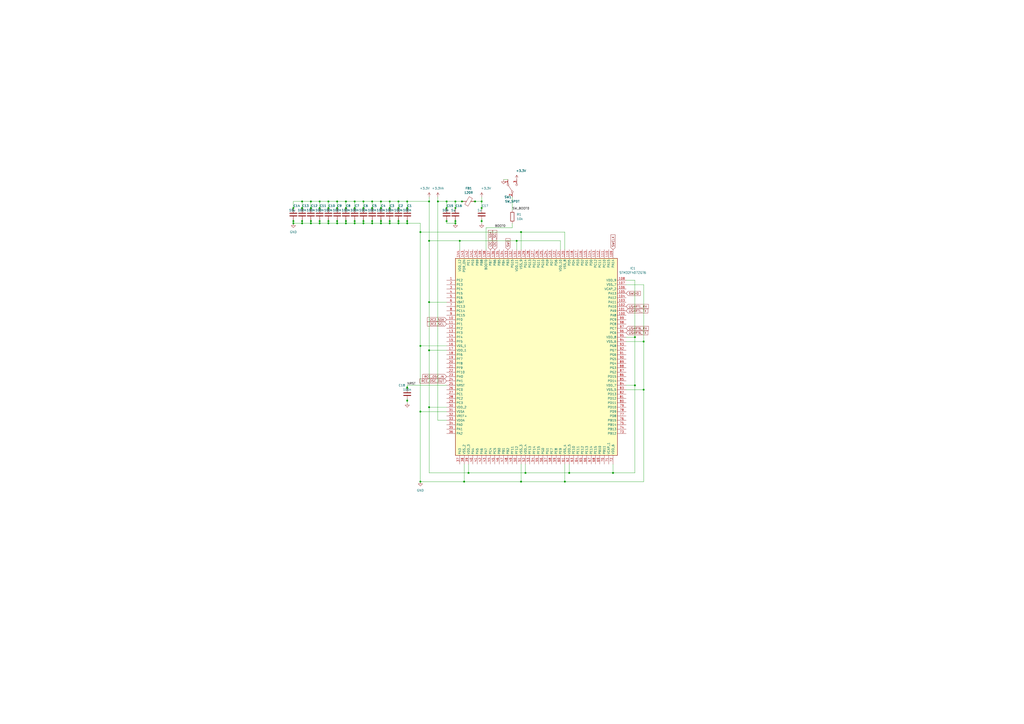
<source format=kicad_sch>
(kicad_sch (version 20230121) (generator eeschema)
  (paper "A2")
  (lib_symbols
    (symbol "Device:C" (pin_numbers hide) (pin_names (offset 0.254))
      (property "Reference" "C" (at 0.635 2.54 0))
      (property "Value" "C" (at 0.635 -2.54 0))
      (symbol "C_0_1"
        (polyline (pts (xy -2.032 -0.762) (xy 2.032 -0.762)) (stroke (width 0.508)))
        (polyline (pts (xy -2.032 0.762) (xy 2.032 0.762)) (stroke (width 0.508)))
      )
      (symbol "C_1_1"
        (pin passive line (at 0 3.81 270) (length 2.794) (name "~") (number "1"))
        (pin passive line (at 0 -3.81 90) (length 2.794) (name "~") (number "2"))
      )
    )
    (symbol "Device:FerriteBead" (pin_numbers hide) (pin_names (offset 0))
      (property "Reference" "FB" (at -3.81 0.635 90))
      (property "Value" "FerriteBead" (at 3.81 0 90))
      (symbol "FerriteBead_0_1"
        (polyline (pts (xy 0 -1.27) (xy 0 -1.2192)))
        (polyline (pts (xy 0 1.27) (xy 0 1.2954)))
        (polyline (pts (xy -2.7686 0.4064) (xy -1.7018 2.2606) (xy 2.7686 -0.3048) (xy 1.6764 -2.159) (xy -2.7686 0.4064)))
      )
      (symbol "FerriteBead_1_1"
        (pin passive line (at 0 3.81 270) (length 2.54) (name "~") (number "1"))
        (pin passive line (at 0 -3.81 90) (length 2.54) (name "~") (number "2"))
      )
    )
    (symbol "Device:R" (pin_numbers hide) (pin_names (offset 0))
      (property "Reference" "R" (at 2.032 0 90))
      (property "Value" "R" (at 0 0 90))
      (symbol "R_0_1"
        (rectangle (start -1.016 -2.54) (end 1.016 2.54) (stroke (width 0.254)))
      )
      (symbol "R_1_1"
        (pin passive line (at 0 3.81 270) (length 1.27) (name "~") (number "1"))
        (pin passive line (at 0 -3.81 90) (length 1.27) (name "~") (number "2"))
      )
    )
    (symbol "STM32F407ZGT6:STM32F407ZGT6"
      (property "Reference" "IC" (at 100.33 17.78 0))
      (property "Value" "STM32F407ZGT6" (at 100.33 15.24 0))
      (symbol "STM32F407ZGT6_1_1"
        (rectangle (start 5.08 12.7) (end 99.06 -101.6) (stroke (width 0.254)) (fill (type background)))
        (pin passive line (at 0 0 0) (length 5.08) (name "PE2") (number "1"))
        (pin passive line (at 0 -22.86 0) (length 5.08) (name "PF0") (number "10"))
        (pin passive line (at 104.14 -20.32 180) (length 5.08) (name "PA8") (number "100"))
        (pin passive line (at 104.14 -17.78 180) (length 5.08) (name "PA9") (number "101"))
        (pin passive line (at 104.14 -15.24 180) (length 5.08) (name "PA10") (number "102"))
        (pin passive line (at 104.14 -12.7 180) (length 5.08) (name "PA11") (number "103"))
        (pin passive line (at 104.14 -10.16 180) (length 5.08) (name "PA12") (number "104"))
        (pin passive line (at 104.14 -7.62 180) (length 5.08) (name "PA13") (number "105"))
        (pin passive line (at 104.14 -5.08 180) (length 5.08) (name "VCAP_2") (number "106"))
        (pin passive line (at 104.14 -2.54 180) (length 5.08) (name "VSS_7") (number "107"))
        (pin passive line (at 104.14 0 180) (length 5.08) (name "VDD_9") (number "108"))
        (pin passive line (at 96.52 17.78 270) (length 5.08) (name "PA14") (number "109"))
        (pin passive line (at 0 -25.4 0) (length 5.08) (name "PF1") (number "11"))
        (pin passive line (at 93.98 17.78 270) (length 5.08) (name "PA15") (number "110"))
        (pin passive line (at 91.44 17.78 270) (length 5.08) (name "PC10") (number "111"))
        (pin passive line (at 88.9 17.78 270) (length 5.08) (name "PC11") (number "112"))
        (pin passive line (at 86.36 17.78 270) (length 5.08) (name "PC12") (number "113"))
        (pin passive line (at 83.82 17.78 270) (length 5.08) (name "PD0") (number "114"))
        (pin passive line (at 81.28 17.78 270) (length 5.08) (name "PD1") (number "115"))
        (pin passive line (at 78.74 17.78 270) (length 5.08) (name "PD2") (number "116"))
        (pin passive line (at 76.2 17.78 270) (length 5.08) (name "PD3") (number "117"))
        (pin passive line (at 73.66 17.78 270) (length 5.08) (name "PD4") (number "118"))
        (pin passive line (at 71.12 17.78 270) (length 5.08) (name "PD5") (number "119"))
        (pin passive line (at 0 -27.94 0) (length 5.08) (name "PF2") (number "12"))
        (pin passive line (at 68.58 17.78 270) (length 5.08) (name "VSS_8") (number "120"))
        (pin passive line (at 66.04 17.78 270) (length 5.08) (name "VDD_10") (number "121"))
        (pin passive line (at 63.5 17.78 270) (length 5.08) (name "PD6") (number "122"))
        (pin passive line (at 60.96 17.78 270) (length 5.08) (name "PD7") (number "123"))
        (pin passive line (at 58.42 17.78 270) (length 5.08) (name "PG9") (number "124"))
        (pin passive line (at 55.88 17.78 270) (length 5.08) (name "PG10") (number "125"))
        (pin passive line (at 53.34 17.78 270) (length 5.08) (name "PG11") (number "126"))
        (pin passive line (at 50.8 17.78 270) (length 5.08) (name "PG12") (number "127"))
        (pin passive line (at 48.26 17.78 270) (length 5.08) (name "PG13") (number "128"))
        (pin passive line (at 45.72 17.78 270) (length 5.08) (name "PG14") (number "129"))
        (pin passive line (at 0 -30.48 0) (length 5.08) (name "PF3") (number "13"))
        (pin passive line (at 43.18 17.78 270) (length 5.08) (name "VSS_9") (number "130"))
        (pin passive line (at 40.64 17.78 270) (length 5.08) (name "VDD_11") (number "131"))
        (pin passive line (at 38.1 17.78 270) (length 5.08) (name "PG15") (number "132"))
        (pin passive line (at 35.56 17.78 270) (length 5.08) (name "PB3") (number "133"))
        (pin passive line (at 33.02 17.78 270) (length 5.08) (name "PB4") (number "134"))
        (pin passive line (at 30.48 17.78 270) (length 5.08) (name "PB5") (number "135"))
        (pin passive line (at 27.94 17.78 270) (length 5.08) (name "PB6") (number "136"))
        (pin passive line (at 25.4 17.78 270) (length 5.08) (name "PB7") (number "137"))
        (pin passive line (at 22.86 17.78 270) (length 5.08) (name "BOOT0") (number "138"))
        (pin passive line (at 20.32 17.78 270) (length 5.08) (name "PB8") (number "139"))
        (pin passive line (at 0 -33.02 0) (length 5.08) (name "PF4") (number "14"))
        (pin passive line (at 17.78 17.78 270) (length 5.08) (name "PB9") (number "140"))
        (pin passive line (at 15.24 17.78 270) (length 5.08) (name "PE0") (number "141"))
        (pin passive line (at 12.7 17.78 270) (length 5.08) (name "PE1") (number "142"))
        (pin passive line (at 10.16 17.78 270) (length 5.08) (name "PDR_ON") (number "143"))
        (pin passive line (at 7.62 17.78 270) (length 5.08) (name "VDD_12") (number "144"))
        (pin passive line (at 0 -35.56 0) (length 5.08) (name "PF5") (number "15"))
        (pin passive line (at 0 -38.1 0) (length 5.08) (name "VSS_1") (number "16"))
        (pin passive line (at 0 -40.64 0) (length 5.08) (name "VDD_1") (number "17"))
        (pin passive line (at 0 -43.18 0) (length 5.08) (name "PF6") (number "18"))
        (pin passive line (at 0 -45.72 0) (length 5.08) (name "PF7") (number "19"))
        (pin passive line (at 0 -2.54 0) (length 5.08) (name "PE3") (number "2"))
        (pin passive line (at 0 -48.26 0) (length 5.08) (name "PF8") (number "20"))
        (pin passive line (at 0 -50.8 0) (length 5.08) (name "PF9") (number "21"))
        (pin passive line (at 0 -53.34 0) (length 5.08) (name "PF10") (number "22"))
        (pin passive line (at 0 -55.88 0) (length 5.08) (name "PH0") (number "23"))
        (pin passive line (at 0 -58.42 0) (length 5.08) (name "PH1") (number "24"))
        (pin passive line (at 0 -60.96 0) (length 5.08) (name "NRST") (number "25"))
        (pin passive line (at 0 -63.5 0) (length 5.08) (name "PC0") (number "26"))
        (pin passive line (at 0 -66.04 0) (length 5.08) (name "PC1") (number "27"))
        (pin passive line (at 0 -68.58 0) (length 5.08) (name "PC2") (number "28"))
        (pin passive line (at 0 -71.12 0) (length 5.08) (name "PC3") (number "29"))
        (pin passive line (at 0 -5.08 0) (length 5.08) (name "PE4") (number "3"))
        (pin passive line (at 0 -73.66 0) (length 5.08) (name "VDD_2") (number "30"))
        (pin passive line (at 0 -76.2 0) (length 5.08) (name "VSSA") (number "31"))
        (pin passive line (at 0 -78.74 0) (length 5.08) (name "VREF+") (number "32"))
        (pin passive line (at 0 -81.28 0) (length 5.08) (name "VDDA") (number "33"))
        (pin passive line (at 0 -83.82 0) (length 5.08) (name "PA0") (number "34"))
        (pin passive line (at 0 -86.36 0) (length 5.08) (name "PA1") (number "35"))
        (pin passive line (at 0 -88.9 0) (length 5.08) (name "PA2") (number "36"))
        (pin passive line (at 7.62 -106.68 90) (length 5.08) (name "PA3") (number "37"))
        (pin passive line (at 10.16 -106.68 90) (length 5.08) (name "VSS_2") (number "38"))
        (pin passive line (at 12.7 -106.68 90) (length 5.08) (name "VDD_3") (number "39"))
        (pin passive line (at 0 -7.62 0) (length 5.08) (name "PE5") (number "4"))
        (pin passive line (at 15.24 -106.68 90) (length 5.08) (name "PA4") (number "40"))
        (pin passive line (at 17.78 -106.68 90) (length 5.08) (name "PA5") (number "41"))
        (pin passive line (at 20.32 -106.68 90) (length 5.08) (name "PA6") (number "42"))
        (pin passive line (at 22.86 -106.68 90) (length 5.08) (name "PA7") (number "43"))
        (pin passive line (at 25.4 -106.68 90) (length 5.08) (name "PC4") (number "44"))
        (pin passive line (at 27.94 -106.68 90) (length 5.08) (name "PC5") (number "45"))
        (pin passive line (at 30.48 -106.68 90) (length 5.08) (name "PB0") (number "46"))
        (pin passive line (at 33.02 -106.68 90) (length 5.08) (name "PB1") (number "47"))
        (pin passive line (at 35.56 -106.68 90) (length 5.08) (name "PB2") (number "48"))
        (pin passive line (at 38.1 -106.68 90) (length 5.08) (name "PF11") (number "49"))
        (pin passive line (at 0 -10.16 0) (length 5.08) (name "PE6") (number "5"))
        (pin passive line (at 40.64 -106.68 90) (length 5.08) (name "PF12") (number "50"))
        (pin passive line (at 43.18 -106.68 90) (length 5.08) (name "VSS_3") (number "51"))
        (pin passive line (at 45.72 -106.68 90) (length 5.08) (name "VDD_4") (number "52"))
        (pin passive line (at 48.26 -106.68 90) (length 5.08) (name "PF13") (number "53"))
        (pin passive line (at 50.8 -106.68 90) (length 5.08) (name "PF14") (number "54"))
        (pin passive line (at 53.34 -106.68 90) (length 5.08) (name "PF15") (number "55"))
        (pin passive line (at 55.88 -106.68 90) (length 5.08) (name "PG0") (number "56"))
        (pin passive line (at 58.42 -106.68 90) (length 5.08) (name "PG1") (number "57"))
        (pin passive line (at 60.96 -106.68 90) (length 5.08) (name "PE7") (number "58"))
        (pin passive line (at 63.5 -106.68 90) (length 5.08) (name "PE8") (number "59"))
        (pin passive line (at 0 -12.7 0) (length 5.08) (name "VBAT") (number "6"))
        (pin passive line (at 66.04 -106.68 90) (length 5.08) (name "PE9") (number "60"))
        (pin passive line (at 68.58 -106.68 90) (length 5.08) (name "VSS_4") (number "61"))
        (pin passive line (at 71.12 -106.68 90) (length 5.08) (name "VDD_5") (number "62"))
        (pin passive line (at 73.66 -106.68 90) (length 5.08) (name "PE10") (number "63"))
        (pin passive line (at 76.2 -106.68 90) (length 5.08) (name "PE11") (number "64"))
        (pin passive line (at 78.74 -106.68 90) (length 5.08) (name "PE12") (number "65"))
        (pin passive line (at 81.28 -106.68 90) (length 5.08) (name "PE13") (number "66"))
        (pin passive line (at 83.82 -106.68 90) (length 5.08) (name "PE14") (number "67"))
        (pin passive line (at 86.36 -106.68 90) (length 5.08) (name "PE15") (number "68"))
        (pin passive line (at 88.9 -106.68 90) (length 5.08) (name "PB10") (number "69"))
        (pin passive line (at 0 -15.24 0) (length 5.08) (name "PC13") (number "7"))
        (pin passive line (at 91.44 -106.68 90) (length 5.08) (name "PB11") (number "70"))
        (pin passive line (at 93.98 -106.68 90) (length 5.08) (name "VCAP_1") (number "71"))
        (pin passive line (at 96.52 -106.68 90) (length 5.08) (name "VDD_6") (number "72"))
        (pin passive line (at 104.14 -88.9 180) (length 5.08) (name "PB12") (number "73"))
        (pin passive line (at 104.14 -86.36 180) (length 5.08) (name "PB13") (number "74"))
        (pin passive line (at 104.14 -83.82 180) (length 5.08) (name "PB14") (number "75"))
        (pin passive line (at 104.14 -81.28 180) (length 5.08) (name "PB15") (number "76"))
        (pin passive line (at 104.14 -78.74 180) (length 5.08) (name "PD8") (number "77"))
        (pin passive line (at 104.14 -76.2 180) (length 5.08) (name "PD9") (number "78"))
        (pin passive line (at 104.14 -73.66 180) (length 5.08) (name "PD10") (number "79"))
        (pin passive line (at 0 -17.78 0) (length 5.08) (name "PC14") (number "8"))
        (pin passive line (at 104.14 -71.12 180) (length 5.08) (name "PD11") (number "80"))
        (pin passive line (at 104.14 -68.58 180) (length 5.08) (name "PD12") (number "81"))
        (pin passive line (at 104.14 -66.04 180) (length 5.08) (name "PD13") (number "82"))
        (pin passive line (at 104.14 -63.5 180) (length 5.08) (name "VSS_5") (number "83"))
        (pin passive line (at 104.14 -60.96 180) (length 5.08) (name "VDD_7") (number "84"))
        (pin passive line (at 104.14 -58.42 180) (length 5.08) (name "PD14") (number "85"))
        (pin passive line (at 104.14 -55.88 180) (length 5.08) (name "PD15") (number "86"))
        (pin passive line (at 104.14 -53.34 180) (length 5.08) (name "PG2") (number "87"))
        (pin passive line (at 104.14 -50.8 180) (length 5.08) (name "PG3") (number "88"))
        (pin passive line (at 104.14 -48.26 180) (length 5.08) (name "PG4") (number "89"))
        (pin passive line (at 0 -20.32 0) (length 5.08) (name "PC15") (number "9"))
        (pin passive line (at 104.14 -45.72 180) (length 5.08) (name "PG5") (number "90"))
        (pin passive line (at 104.14 -43.18 180) (length 5.08) (name "PG6") (number "91"))
        (pin passive line (at 104.14 -40.64 180) (length 5.08) (name "PG7") (number "92"))
        (pin passive line (at 104.14 -38.1 180) (length 5.08) (name "PG8") (number "93"))
        (pin passive line (at 104.14 -35.56 180) (length 5.08) (name "VSS_6") (number "94"))
        (pin passive line (at 104.14 -33.02 180) (length 5.08) (name "VDD_8") (number "95"))
        (pin passive line (at 104.14 -30.48 180) (length 5.08) (name "PC6") (number "96"))
        (pin passive line (at 104.14 -27.94 180) (length 5.08) (name "PC7") (number "97"))
        (pin passive line (at 104.14 -25.4 180) (length 5.08) (name "PC8") (number "98"))
        (pin passive line (at 104.14 -22.86 180) (length 5.08) (name "PC9") (number "99"))
      )
    )
    (symbol "Switch:SW_SPDT" (pin_names (offset 0) hide)
      (property "Reference" "SW" (at 0 4.318 0))
      (property "Value" "SW_SPDT" (at 0 -5.08 0))
      (symbol "SW_SPDT_0_0"
        (circle (center -2.032 0) (radius 0.508))
        (circle (center 2.032 -2.54) (radius 0.508))
      )
      (symbol "SW_SPDT_0_1"
        (polyline (pts (xy -1.524 0.254) (xy 1.651 2.286)))
        (circle (center 2.032 2.54) (radius 0.508))
      )
      (symbol "SW_SPDT_1_1"
        (pin passive line (at 5.08 2.54 180) (length 2.54) (name "A") (number "1"))
        (pin passive line (at -5.08 0 0) (length 2.54) (name "B") (number "2"))
        (pin passive line (at 5.08 -2.54 180) (length 2.54) (name "C") (number "3"))
      )
    )
    (symbol "power:+3.3V" (power) (pin_names (offset 0))
      (property "Value" "+3.3V" (at 0 3.556 0))
      (symbol "+3.3V_0_1"
        (polyline (pts (xy -0.762 1.27) (xy 0 2.54)))
        (polyline (pts (xy 0 0) (xy 0 2.54)))
        (polyline (pts (xy 0 2.54) (xy 0.762 1.27)))
      )
      (symbol "+3.3V_1_1"
        (pin power_in line (at 0 0 90) (length 0) hide (name "+3.3V") (number "1"))
      )
    )
    (symbol "power:+3.3VA" (power) (pin_names (offset 0))
      (property "Value" "+3.3VA" (at 0 3.556 0))
      (symbol "+3.3VA_0_1"
        (polyline (pts (xy -0.762 1.27) (xy 0 2.54)))
        (polyline (pts (xy 0 0) (xy 0 2.54)))
        (polyline (pts (xy 0 2.54) (xy 0.762 1.27)))
      )
      (symbol "+3.3VA_1_1"
        (pin power_in line (at 0 0 90) (length 0) hide (name "+3.3VA") (number "1"))
      )
    )
    (symbol "power:GND" (power) (pin_names (offset 0))
      (property "Value" "GND" (at 0 -3.81 0))
      (symbol "GND_0_1"
        (polyline (pts (xy 0 0) (xy 0 -1.27) (xy 1.27 -1.27) (xy 0 -2.54) (xy -1.27 -1.27) (xy 0 -1.27)))
      )
      (symbol "GND_1_1"
        (pin power_in line (at 0 0 270) (length 0) hide (name "GND") (number "1"))
      )
    )
  )
  (junction (at 236.22 116.84))
  (junction (at 185.42 129.54))
  (junction (at 210.82 116.84))
  (junction (at 180.34 128.27))
  (junction (at 170.18 120.65))
  (junction (at 200.66 120.65))
  (junction (at 279.4 128.27))
  (junction (at 220.98 116.84))
  (junction (at 210.82 120.65))
  (junction (at 275.59 116.84))
  (junction (at 195.58 129.54))
  (junction (at 210.82 128.27))
  (junction (at 231.14 116.84))
  (junction (at 190.5 120.65))
  (junction (at 271.78 274.32))
  (junction (at 231.14 128.27))
  (junction (at 267.97 116.84))
  (junction (at 248.92 175.26))
  (junction (at 248.92 116.84))
  (junction (at 220.98 128.27))
  (junction (at 200.66 129.54))
  (junction (at 180.34 129.54))
  (junction (at 248.92 203.2))
  (junction (at 236.22 232.41))
  (junction (at 175.26 128.27))
  (junction (at 243.84 279.4))
  (junction (at 299.72 139.7))
  (junction (at 185.42 116.84))
  (junction (at 226.06 116.84))
  (junction (at 195.58 120.65))
  (junction (at 205.74 129.54))
  (junction (at 205.74 116.84))
  (junction (at 248.92 139.7))
  (junction (at 200.66 128.27))
  (junction (at 220.98 129.54))
  (junction (at 248.92 236.22))
  (junction (at 264.16 128.27))
  (junction (at 302.26 134.62))
  (junction (at 180.34 120.65))
  (junction (at 254 116.84))
  (junction (at 185.42 128.27))
  (junction (at 215.9 129.54))
  (junction (at 175.26 116.84))
  (junction (at 259.08 116.84))
  (junction (at 373.38 198.12))
  (junction (at 236.22 224.79))
  (junction (at 226.06 128.27))
  (junction (at 368.3 223.52))
  (junction (at 373.38 226.06))
  (junction (at 330.2 274.32))
  (junction (at 302.26 279.4))
  (junction (at 269.24 279.4))
  (junction (at 264.16 129.54))
  (junction (at 170.18 129.54))
  (junction (at 259.08 128.27))
  (junction (at 175.26 120.65))
  (junction (at 368.3 195.58))
  (junction (at 190.5 128.27))
  (junction (at 210.82 129.54))
  (junction (at 185.42 120.65))
  (junction (at 243.84 238.76))
  (junction (at 195.58 128.27))
  (junction (at 200.66 116.84))
  (junction (at 264.16 116.84))
  (junction (at 236.22 120.65))
  (junction (at 259.08 120.65))
  (junction (at 215.9 116.84))
  (junction (at 243.84 200.66))
  (junction (at 304.8 274.32))
  (junction (at 220.98 120.65))
  (junction (at 215.9 120.65))
  (junction (at 279.4 120.65))
  (junction (at 195.58 116.84))
  (junction (at 175.26 129.54))
  (junction (at 279.4 116.84))
  (junction (at 190.5 116.84))
  (junction (at 180.34 116.84))
  (junction (at 190.5 129.54))
  (junction (at 327.66 279.4))
  (junction (at 231.14 129.54))
  (junction (at 205.74 120.65))
  (junction (at 243.84 134.62))
  (junction (at 205.74 128.27))
  (junction (at 226.06 120.65))
  (junction (at 264.16 120.65))
  (junction (at 231.14 120.65))
  (junction (at 266.7 139.7))
  (junction (at 236.22 129.54))
  (junction (at 170.18 128.27))
  (junction (at 215.9 128.27))
  (junction (at 236.22 128.27))
  (junction (at 355.6 274.32))
  (junction (at 226.06 129.54))
  (wire (pts (xy 236.22 116.84) (xy 248.92 116.84)))
  (wire (pts (xy 195.58 120.65) (xy 195.58 121.92)))
  (wire (pts (xy 195.58 116.84) (xy 200.66 116.84)))
  (wire (pts (xy 304.8 274.32) (xy 330.2 274.32)))
  (wire (pts (xy 373.38 165.1) (xy 373.38 198.12)))
  (wire (pts (xy 231.14 128.27) (xy 231.14 129.54)))
  (wire (pts (xy 175.26 128.27) (xy 175.26 129.54)))
  (wire (pts (xy 231.14 129.54) (xy 236.22 129.54)))
  (wire (pts (xy 327.66 269.24) (xy 327.66 279.4)))
  (wire (pts (xy 279.4 120.65) (xy 279.4 121.92)))
  (wire (pts (xy 236.22 129.54) (xy 243.84 129.54)))
  (wire (pts (xy 299.72 139.7) (xy 325.12 139.7)))
  (wire (pts (xy 264.16 128.27) (xy 264.16 129.54)))
  (wire (pts (xy 175.26 129.54) (xy 180.34 129.54)))
  (wire (pts (xy 226.06 128.27) (xy 226.06 129.54)))
  (wire (pts (xy 281.94 132.08) (xy 281.94 144.78)))
  (wire (pts (xy 271.78 269.24) (xy 271.78 274.32)))
  (wire (pts (xy 190.5 129.54) (xy 195.58 129.54)))
  (wire (pts (xy 231.14 116.84) (xy 236.22 116.84)))
  (wire (pts (xy 236.22 223.52) (xy 259.08 223.52)))
  (wire (pts (xy 355.6 269.24) (xy 355.6 274.32)))
  (wire (pts (xy 299.72 139.7) (xy 299.72 144.78)))
  (wire (pts (xy 259.08 116.84) (xy 259.08 120.65)))
  (wire (pts (xy 236.22 128.27) (xy 236.22 129.54)))
  (wire (pts (xy 269.24 279.4) (xy 302.26 279.4)))
  (wire (pts (xy 264.16 116.84) (xy 267.97 116.84)))
  (wire (pts (xy 363.22 165.1) (xy 373.38 165.1)))
  (wire (pts (xy 195.58 129.54) (xy 200.66 129.54)))
  (wire (pts (xy 243.84 200.66) (xy 259.08 200.66)))
  (wire (pts (xy 254 116.84) (xy 254 243.84)))
  (wire (pts (xy 236.22 224.79) (xy 236.22 226.06)))
  (wire (pts (xy 215.9 116.84) (xy 215.9 120.65)))
  (wire (pts (xy 200.66 116.84) (xy 205.74 116.84)))
  (wire (pts (xy 220.98 116.84) (xy 220.98 120.65)))
  (wire (pts (xy 215.9 128.27) (xy 215.9 129.54)))
  (wire (pts (xy 185.42 127) (xy 185.42 128.27)))
  (wire (pts (xy 243.84 134.62) (xy 302.26 134.62)))
  (wire (pts (xy 200.66 120.65) (xy 200.66 121.92)))
  (wire (pts (xy 175.26 120.65) (xy 175.26 121.92)))
  (wire (pts (xy 215.9 120.65) (xy 215.9 121.92)))
  (wire (pts (xy 185.42 116.84) (xy 185.42 120.65)))
  (wire (pts (xy 248.92 236.22) (xy 259.08 236.22)))
  (wire (pts (xy 236.22 116.84) (xy 236.22 120.65)))
  (wire (pts (xy 220.98 120.65) (xy 220.98 121.92)))
  (wire (pts (xy 243.84 238.76) (xy 259.08 238.76)))
  (wire (pts (xy 259.08 120.65) (xy 259.08 121.92)))
  (wire (pts (xy 243.84 200.66) (xy 243.84 238.76)))
  (wire (pts (xy 304.8 269.24) (xy 304.8 274.32)))
  (wire (pts (xy 205.74 116.84) (xy 205.74 120.65)))
  (wire (pts (xy 190.5 120.65) (xy 190.5 121.92)))
  (wire (pts (xy 210.82 127) (xy 210.82 128.27)))
  (wire (pts (xy 363.22 223.52) (xy 368.3 223.52)))
  (wire (pts (xy 180.34 127) (xy 180.34 128.27)))
  (wire (pts (xy 210.82 116.84) (xy 210.82 120.65)))
  (wire (pts (xy 215.9 129.54) (xy 220.98 129.54)))
  (wire (pts (xy 205.74 128.27) (xy 205.74 129.54)))
  (wire (pts (xy 170.18 127) (xy 170.18 128.27)))
  (wire (pts (xy 170.18 116.84) (xy 175.26 116.84)))
  (wire (pts (xy 243.84 129.54) (xy 243.84 134.62)))
  (wire (pts (xy 267.97 116.84) (xy 269.24 116.84)))
  (wire (pts (xy 264.16 120.65) (xy 264.16 121.92)))
  (wire (pts (xy 266.7 139.7) (xy 299.72 139.7)))
  (wire (pts (xy 185.42 129.54) (xy 190.5 129.54)))
  (wire (pts (xy 200.66 129.54) (xy 205.74 129.54)))
  (wire (pts (xy 236.22 120.65) (xy 236.22 121.92)))
  (wire (pts (xy 220.98 127) (xy 220.98 128.27)))
  (wire (pts (xy 297.18 114.3) (xy 297.18 121.92)))
  (wire (pts (xy 269.24 269.24) (xy 269.24 279.4)))
  (wire (pts (xy 175.26 116.84) (xy 175.26 120.65)))
  (wire (pts (xy 363.22 162.56) (xy 368.3 162.56)))
  (wire (pts (xy 259.08 128.27) (xy 259.08 129.54)))
  (wire (pts (xy 195.58 116.84) (xy 195.58 120.65)))
  (wire (pts (xy 231.14 120.65) (xy 231.14 121.92)))
  (wire (pts (xy 248.92 116.84) (xy 248.92 139.7)))
  (wire (pts (xy 236.22 232.41) (xy 236.22 233.68)))
  (wire (pts (xy 185.42 116.84) (xy 190.5 116.84)))
  (wire (pts (xy 373.38 198.12) (xy 373.38 226.06)))
  (wire (pts (xy 248.92 236.22) (xy 248.92 274.32)))
  (wire (pts (xy 327.66 279.4) (xy 373.38 279.4)))
  (wire (pts (xy 170.18 120.65) (xy 170.18 121.92)))
  (wire (pts (xy 226.06 116.84) (xy 226.06 120.65)))
  (wire (pts (xy 254 116.84) (xy 259.08 116.84)))
  (wire (pts (xy 266.7 139.7) (xy 266.7 144.78)))
  (wire (pts (xy 226.06 129.54) (xy 231.14 129.54)))
  (wire (pts (xy 363.22 226.06) (xy 373.38 226.06)))
  (wire (pts (xy 363.22 198.12) (xy 373.38 198.12)))
  (wire (pts (xy 200.66 116.84) (xy 200.66 120.65)))
  (wire (pts (xy 254 114.3) (xy 254 116.84)))
  (wire (pts (xy 243.84 134.62) (xy 243.84 200.66)))
  (wire (pts (xy 248.92 139.7) (xy 266.7 139.7)))
  (wire (pts (xy 274.32 116.84) (xy 275.59 116.84)))
  (wire (pts (xy 368.3 195.58) (xy 368.3 223.52)))
  (wire (pts (xy 210.82 128.27) (xy 210.82 129.54)))
  (wire (pts (xy 248.92 203.2) (xy 259.08 203.2)))
  (wire (pts (xy 302.26 279.4) (xy 327.66 279.4)))
  (wire (pts (xy 275.59 116.84) (xy 279.4 116.84)))
  (wire (pts (xy 190.5 116.84) (xy 195.58 116.84)))
  (wire (pts (xy 254 243.84) (xy 259.08 243.84)))
  (wire (pts (xy 302.26 134.62) (xy 327.66 134.62)))
  (wire (pts (xy 236.22 231.14) (xy 236.22 232.41)))
  (wire (pts (xy 215.9 116.84) (xy 220.98 116.84)))
  (wire (pts (xy 226.06 116.84) (xy 231.14 116.84)))
  (wire (pts (xy 363.22 195.58) (xy 368.3 195.58)))
  (wire (pts (xy 210.82 120.65) (xy 210.82 121.92)))
  (wire (pts (xy 302.26 134.62) (xy 302.26 144.78)))
  (wire (pts (xy 259.08 116.84) (xy 264.16 116.84)))
  (wire (pts (xy 327.66 134.62) (xy 327.66 144.78)))
  (wire (pts (xy 220.98 129.54) (xy 226.06 129.54)))
  (wire (pts (xy 175.26 116.84) (xy 180.34 116.84)))
  (wire (pts (xy 205.74 120.65) (xy 205.74 121.92)))
  (wire (pts (xy 281.94 132.08) (xy 297.18 132.08)))
  (wire (pts (xy 180.34 129.54) (xy 185.42 129.54)))
  (wire (pts (xy 271.78 274.32) (xy 304.8 274.32)))
  (wire (pts (xy 200.66 128.27) (xy 200.66 129.54)))
  (wire (pts (xy 180.34 116.84) (xy 185.42 116.84)))
  (wire (pts (xy 248.92 203.2) (xy 248.92 236.22)))
  (wire (pts (xy 259.08 129.54) (xy 264.16 129.54)))
  (wire (pts (xy 180.34 120.65) (xy 180.34 121.92)))
  (wire (pts (xy 373.38 226.06) (xy 373.38 279.4)))
  (wire (pts (xy 195.58 127) (xy 195.58 128.27)))
  (wire (pts (xy 200.66 127) (xy 200.66 128.27)))
  (wire (pts (xy 243.84 279.4) (xy 243.84 238.76)))
  (wire (pts (xy 185.42 120.65) (xy 185.42 121.92)))
  (wire (pts (xy 210.82 116.84) (xy 215.9 116.84)))
  (wire (pts (xy 368.3 162.56) (xy 368.3 195.58)))
  (wire (pts (xy 205.74 127) (xy 205.74 128.27)))
  (wire (pts (xy 330.2 274.32) (xy 355.6 274.32)))
  (wire (pts (xy 302.26 269.24) (xy 302.26 279.4)))
  (wire (pts (xy 248.92 175.26) (xy 259.08 175.26)))
  (wire (pts (xy 210.82 129.54) (xy 215.9 129.54)))
  (wire (pts (xy 279.4 128.27) (xy 279.4 129.54)))
  (wire (pts (xy 248.92 114.3) (xy 248.92 116.84)))
  (wire (pts (xy 248.92 274.32) (xy 271.78 274.32)))
  (wire (pts (xy 190.5 128.27) (xy 190.5 129.54)))
  (wire (pts (xy 226.06 127) (xy 226.06 128.27)))
  (wire (pts (xy 355.6 274.32) (xy 368.3 274.32)))
  (wire (pts (xy 264.16 116.84) (xy 264.16 120.65)))
  (wire (pts (xy 231.14 116.84) (xy 231.14 120.65)))
  (wire (pts (xy 190.5 116.84) (xy 190.5 120.65)))
  (wire (pts (xy 170.18 129.54) (xy 175.26 129.54)))
  (wire (pts (xy 330.2 269.24) (xy 330.2 274.32)))
  (wire (pts (xy 185.42 128.27) (xy 185.42 129.54)))
  (wire (pts (xy 248.92 175.26) (xy 248.92 203.2)))
  (wire (pts (xy 231.14 127) (xy 231.14 128.27)))
  (wire (pts (xy 226.06 120.65) (xy 226.06 121.92)))
  (wire (pts (xy 175.26 127) (xy 175.26 128.27)))
  (wire (pts (xy 215.9 127) (xy 215.9 128.27)))
  (wire (pts (xy 325.12 139.7) (xy 325.12 144.78)))
  (wire (pts (xy 220.98 128.27) (xy 220.98 129.54)))
  (wire (pts (xy 236.22 223.52) (xy 236.22 224.79)))
  (wire (pts (xy 259.08 127) (xy 259.08 128.27)))
  (wire (pts (xy 248.92 139.7) (xy 248.92 175.26)))
  (wire (pts (xy 368.3 223.52) (xy 368.3 274.32)))
  (wire (pts (xy 170.18 116.84) (xy 170.18 120.65)))
  (wire (pts (xy 297.18 129.54) (xy 297.18 132.08)))
  (wire (pts (xy 180.34 116.84) (xy 180.34 120.65)))
  (wire (pts (xy 220.98 116.84) (xy 226.06 116.84)))
  (wire (pts (xy 292.1 104.14) (xy 294.64 104.14)))
  (wire (pts (xy 195.58 128.27) (xy 195.58 129.54)))
  (wire (pts (xy 236.22 127) (xy 236.22 128.27)))
  (wire (pts (xy 205.74 129.54) (xy 210.82 129.54)))
  (wire (pts (xy 264.16 127) (xy 264.16 128.27)))
  (wire (pts (xy 279.4 127) (xy 279.4 128.27)))
  (wire (pts (xy 180.34 128.27) (xy 180.34 129.54)))
  (wire (pts (xy 190.5 127) (xy 190.5 128.27)))
  (wire (pts (xy 279.4 116.84) (xy 279.4 120.65)))
  (wire (pts (xy 170.18 128.27) (xy 170.18 129.54)))
  (wire (pts (xy 279.4 114.3) (xy 279.4 116.84)))
  (wire (pts (xy 205.74 116.84) (xy 210.82 116.84)))
  (wire (pts (xy 243.84 279.4) (xy 269.24 279.4)))
  (label "SW_BOOT0" (at 297.18 121.92 0))
  (label "BOOT0" (at 287.02 132.08 0))
  (label "NRST" (at 236.22 223.52 0))
  (global_label "USART6_RX" (shape input) (at 363.22 190.5 0) (property "Intersheetrefs" "${INTERSHEET_REFS}" (effects hide)))
  (global_label "I2C2_SDA" (shape input) (at 259.08 185.42 180) (property "Intersheetrefs" "${INTERSHEET_REFS}" (effects hide)))
  (global_label "SWCLK" (shape input) (at 355.6 144.78 90) (property "Intersheetrefs" "${INTERSHEET_REFS}" (effects hide)))
  (global_label "USART1_RX" (shape input) (at 363.22 177.8 0) (property "Intersheetrefs" "${INTERSHEET_REFS}" (effects hide)))
  (global_label "I2C2_SCL" (shape input) (at 259.08 187.96 180) (property "Intersheetrefs" "${INTERSHEET_REFS}" (effects hide)))
  (global_label "SWDIO" (shape input) (at 363.22 170.18 0) (property "Intersheetrefs" "${INTERSHEET_REFS}" (effects hide)))
  (global_label "RCC_OSC_OUT" (shape input) (at 259.08 220.98 180) (property "Intersheetrefs" "${INTERSHEET_REFS}" (effects hide)))
  (global_label "RCC_OSC_IN" (shape input) (at 259.08 218.44 180) (property "Intersheetrefs" "${INTERSHEET_REFS}" (effects hide)))
  (global_label "I2C1_SDA" (shape input) (at 284.48 144.78 90) (property "Intersheetrefs" "${INTERSHEET_REFS}" (effects hide)))
  (global_label "I2C1_SCL" (shape input) (at 287.02 144.78 90) (property "Intersheetrefs" "${INTERSHEET_REFS}" (effects hide)))
  (global_label "USART6_TX" (shape input) (at 363.22 193.04 0) (property "Intersheetrefs" "${INTERSHEET_REFS}" (effects hide)))
  (global_label "USART1_TX" (shape input) (at 363.22 180.34 0) (property "Intersheetrefs" "${INTERSHEET_REFS}" (effects hide)))
  (global_label "SWO" (shape input) (at 294.64 144.78 90) (property "Intersheetrefs" "${INTERSHEET_REFS}" (effects hide)))
  (symbol (lib_id "Device:R") (at 297.18 125.73 0) (unit 1)
    (property "Reference" "R1" (at 299.72 124.46 0) (effects (justify left)))
    (property "Value" "10k" (at 299.72 127 0) (effects (justify left)))
  )
  (symbol (lib_id "power:+3.3V") (at 248.92 114.3 0) (unit 1)
    (property "Reference" "#PWR02" (effects hide))
    (property "Value" "+3.3V" (at 246.38 109.22 0))
  )
  (symbol (lib_id "power:GND") (at 236.22 233.68 0) (unit 1)
    (property "Reference" "#PWR08" (effects hide))
    (property "Value" "GND" (effects hide))
  )
  (symbol (lib_id "Device:C") (at 226.06 124.46 0) (unit 1)
    (property "Reference" "C3" (at 226.06 119.38 0) (effects (justify left)))
    (property "Value" "100n" (at 223.52 121.92 0) (effects (justify left)))
  )
  (symbol (lib_id "power:+3.3V") (at 279.4 114.3 0) (unit 1)
    (property "Reference" "#PWR07" (effects hide))
    (property "Value" "+3.3V" (at 281.94 109.22 0))
  )
  (symbol (lib_id "power:GND") (at 243.84 279.4 0) (unit 1)
    (property "Reference" "#PWR01" (effects hide))
    (property "Value" "GND" (at 243.84 284.48 0))
  )
  (symbol (lib_id "Device:C") (at 236.22 228.6 0) (unit 1)
    (property "Reference" "C18" (at 231.14 223.52 0) (effects (justify left)))
    (property "Value" "100n" (at 233.68 226.06 0) (effects (justify left)))
  )
  (symbol (lib_id "Device:C") (at 259.08 124.46 0) (unit 1)
    (property "Reference" "C15" (at 259.08 119.38 0) (effects (justify left)))
    (property "Value" "10n" (at 256.54 121.92 0) (effects (justify left)))
  )
  (symbol (lib_id "power:GND") (at 264.16 129.54 0) (unit 1)
    (property "Reference" "#PWR06" (effects hide))
    (property "Value" "GND" (effects hide))
  )
  (symbol (lib_id "Device:C") (at 231.14 124.46 0) (unit 1)
    (property "Reference" "C2" (at 231.14 119.38 0) (effects (justify left)))
    (property "Value" "100n" (at 228.6 121.92 0) (effects (justify left)))
  )
  (symbol (lib_id "Device:C") (at 175.26 124.46 0) (unit 1)
    (property "Reference" "C13" (at 175.26 119.38 0) (effects (justify left)))
    (property "Value" "100n" (at 172.72 121.92 0) (effects (justify left)))
  )
  (symbol (lib_id "Device:C") (at 236.22 124.46 0) (unit 1)
    (property "Reference" "C1" (at 236.22 119.38 0) (effects (justify left)))
    (property "Value" "100n" (at 233.68 121.92 0) (effects (justify left)))
  )
  (symbol (lib_id "Device:C") (at 210.82 124.46 0) (unit 1)
    (property "Reference" "C6" (at 210.82 119.38 0) (effects (justify left)))
    (property "Value" "100n" (at 208.28 121.92 0) (effects (justify left)))
  )
  (symbol (lib_id "STM32F407ZGT6:STM32F407ZGT6") (at 259.08 162.56 0) (unit 1)
    (property "Reference" "IC1" (at 367.03 155.6319 0))
    (property "Value" "STM32F407ZGT6" (at 367.03 158.1719 0))
    (property "Footprint" "QFP50P2200X2200X160-144N" (effects hide))
    (property "Datasheet" "http://www.st.com/web/en/resource/technical/document/datasheet/DM00037051.pdf" (effects hide))
    (property "Height" "1.6" (effects hide))
    (property "Mouser Part Number" "511-STM32F407ZGT6" (effects hide))
    (property "Mouser Price/Stock" "https://www.mouser.co.uk/ProductDetail/STMicroelectronics/STM32F407ZGT6?qs=Z8%252BeY1k3TIKo142SZNWnSQ%3D%3D" (effects hide))
    (property "Manufacturer_Name" "STMicroelectronics" (effects hide))
    (property "Manufacturer_Part_Number" "STM32F407ZGT6" (effects hide))
  )
  (symbol (lib_id "power:GND") (at 170.18 129.54 0) (unit 1)
    (property "Reference" "#PWR03" (effects hide))
    (property "Value" "GND" (at 170.18 134.62 0))
  )
  (symbol (lib_id "Device:C") (at 220.98 124.46 0) (unit 1)
    (property "Reference" "C4" (at 220.98 119.38 0) (effects (justify left)))
    (property "Value" "100n" (at 218.44 121.92 0) (effects (justify left)))
  )
  (symbol (lib_id "Device:C") (at 200.66 124.46 0) (unit 1)
    (property "Reference" "C8" (at 200.66 119.38 0) (effects (justify left)))
    (property "Value" "100n" (at 198.12 121.92 0) (effects (justify left)))
  )
  (symbol (lib_id "Device:C") (at 185.42 124.46 0) (unit 1)
    (property "Reference" "C11" (at 185.42 119.38 0) (effects (justify left)))
    (property "Value" "100n" (at 182.88 121.92 0) (effects (justify left)))
  )
  (symbol (lib_id "Switch:SW_SPDT") (at 297.18 109.22 90) (unit 1)
    (property "Reference" "SW1" (at 294.64 114.3 90))
    (property "Value" "SW_SPDT" (at 297.18 116.84 90))
  )
  (symbol (lib_id "Device:C") (at 170.18 124.46 0) (unit 1)
    (property "Reference" "C14" (at 170.18 119.38 0) (effects (justify left)))
    (property "Value" "10u" (at 167.64 121.92 0) (effects (justify left)))
  )
  (symbol (lib_id "power:+3.3V") (at 299.72 104.14 0) (unit 1)
    (property "Reference" "#PWR010" (effects hide))
    (property "Value" "+3.3V" (at 302.26 99.06 0))
  )
  (symbol (lib_id "power:GND") (at 279.4 129.54 0) (unit 1)
    (property "Reference" "#PWR04" (effects hide))
    (property "Value" "GND" (effects hide))
  )
  (symbol (lib_id "power:+3.3VA") (at 254 114.3 0) (unit 1)
    (property "Reference" "#PWR05" (effects hide))
    (property "Value" "+3.3VA" (at 254 109.22 0))
  )
  (symbol (lib_id "Device:C") (at 180.34 124.46 0) (unit 1)
    (property "Reference" "C12" (at 180.34 119.38 0) (effects (justify left)))
    (property "Value" "100n" (at 177.8 121.92 0) (effects (justify left)))
  )
  (symbol (lib_id "Device:C") (at 190.5 124.46 0) (unit 1)
    (property "Reference" "C10" (at 190.5 119.38 0) (effects (justify left)))
    (property "Value" "100n" (at 187.96 121.92 0) (effects (justify left)))
  )
  (symbol (lib_id "Device:C") (at 215.9 124.46 0) (unit 1)
    (property "Reference" "C5" (at 215.9 119.38 0) (effects (justify left)))
    (property "Value" "100n" (at 213.36 121.92 0) (effects (justify left)))
  )
  (symbol (lib_id "Device:FerriteBead") (at 271.78 116.84 270) (unit 1)
    (property "Reference" "FB1" (at 271.8308 109.22 90))
    (property "Value" "120R" (at 271.8308 111.76 90))
  )
  (symbol (lib_id "power:GND") (at 292.1 104.14 0) (unit 1)
    (property "Reference" "#PWR09" (effects hide))
    (property "Value" "GND" (effects hide))
  )
  (symbol (lib_id "Device:C") (at 195.58 124.46 0) (unit 1)
    (property "Reference" "C9" (at 195.58 119.38 0) (effects (justify left)))
    (property "Value" "100n" (at 193.04 121.92 0) (effects (justify left)))
  )
  (symbol (lib_id "Device:C") (at 279.4 124.46 0) (unit 1)
    (property "Reference" "C17" (at 279.4 119.38 0) (effects (justify left)))
    (property "Value" "1u" (at 276.86 121.92 0) (effects (justify left)))
  )
  (symbol (lib_id "Device:C") (at 264.16 124.46 0) (unit 1)
    (property "Reference" "C16" (at 264.16 119.38 0) (effects (justify left)))
    (property "Value" "1u" (at 261.62 121.92 0) (effects (justify left)))
  )
  (symbol (lib_id "Device:C") (at 205.74 124.46 0) (unit 1)
    (property "Reference" "C7" (at 205.74 119.38 0) (effects (justify left)))
    (property "Value" "100n" (at 203.2 121.92 0) (effects (justify left)))
  )
)
</source>
